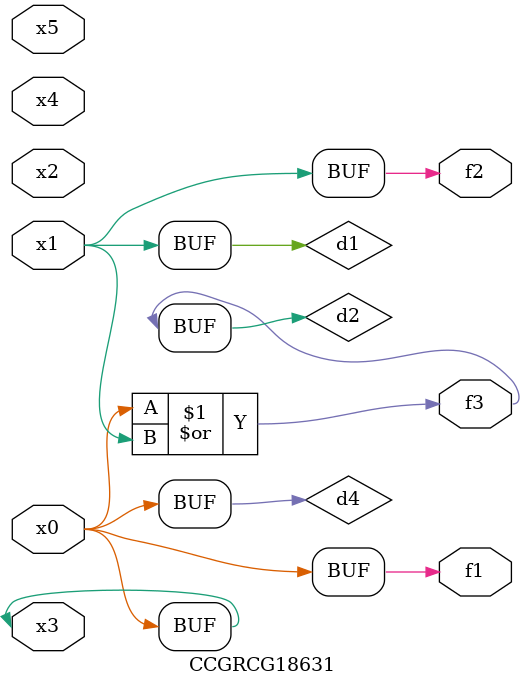
<source format=v>
module CCGRCG18631(
	input x0, x1, x2, x3, x4, x5,
	output f1, f2, f3
);

	wire d1, d2, d3, d4;

	and (d1, x1);
	or (d2, x0, x1);
	nand (d3, x0, x5);
	buf (d4, x0, x3);
	assign f1 = d4;
	assign f2 = d1;
	assign f3 = d2;
endmodule

</source>
